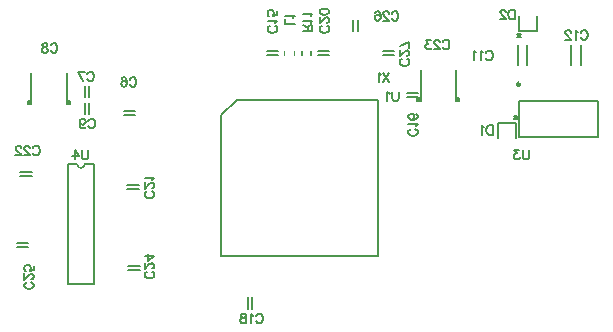
<source format=gbo>
G04*
G04 #@! TF.GenerationSoftware,Altium Limited,Altium Designer,18.1.7 (191)*
G04*
G04 Layer_Color=32896*
%FSLAX43Y43*%
%MOMM*%
G71*
G01*
G75*
%ADD12C,0.127*%
%ADD13C,0.150*%
%ADD15C,0.200*%
%ADD73C,0.250*%
%ADD74C,0.102*%
D12*
X25178Y6424D02*
Y7376D01*
X24822Y6424D02*
Y7376D01*
X5274Y11978D02*
X6226D01*
X5274Y11622D02*
X6226D01*
X14724Y10078D02*
X15676D01*
X14724Y9722D02*
X15676D01*
X14624Y16552D02*
X15576D01*
X14624Y16908D02*
X15576D01*
X5574Y17622D02*
X6526D01*
X5574Y17978D02*
X6526D01*
X6500Y23800D02*
Y26400D01*
X6200Y23800D02*
X6500D01*
X9500D02*
X9800D01*
X9500D02*
Y26400D01*
Y23900D02*
X9800D01*
X9500Y24000D02*
X9800D01*
Y23800D02*
Y24000D01*
X6200Y23800D02*
Y24000D01*
X6500D01*
X6200Y23900D02*
X6500D01*
X11378Y24324D02*
Y25276D01*
X11022Y24324D02*
Y25276D01*
X11378Y22924D02*
Y23876D01*
X11022Y22924D02*
Y23876D01*
X29404Y27948D02*
Y28252D01*
X30216Y27948D02*
Y28252D01*
X30734Y27922D02*
X31686D01*
X30734Y28278D02*
X31686D01*
X33772Y29924D02*
Y30876D01*
X34128Y29924D02*
Y30876D01*
X36234Y27922D02*
X37186D01*
X36234Y28278D02*
X37186D01*
X38324Y24322D02*
X39276D01*
X38324Y24678D02*
X39276D01*
X47500Y22448D02*
Y22748D01*
X47350Y22448D02*
X47500Y22748D01*
X47650Y22448D01*
X47350D02*
X47650D01*
X47350Y22748D02*
X47650D01*
X47500Y20913D02*
Y22173D01*
X46000Y20913D02*
Y22173D01*
X47500D01*
X47700Y27024D02*
Y28776D01*
X48500Y27024D02*
Y28776D01*
X47773Y29975D02*
X49273D01*
Y31235D01*
X47773Y29975D02*
Y31235D01*
X47623Y29400D02*
X47923D01*
X47623Y29700D02*
X47923D01*
X47623D02*
X47773Y29400D01*
X47923Y29700D01*
X47773Y29400D02*
Y29700D01*
X53000Y27024D02*
Y28776D01*
X52200Y27024D02*
Y28776D01*
X26434Y27922D02*
X27386D01*
X26434Y28278D02*
X27386D01*
X39450Y24025D02*
Y26625D01*
X39150Y24025D02*
X39450D01*
X42450D02*
X42750D01*
X42450D02*
Y26625D01*
Y24125D02*
X42750D01*
X42450Y24225D02*
X42750D01*
Y24025D02*
Y24225D01*
X39150Y24025D02*
Y24225D01*
X39450D01*
X39150Y24125D02*
X39450D01*
X14324Y22822D02*
X15276D01*
X14324Y23178D02*
X15276D01*
D13*
X36800Y26400D02*
X36267Y25600D01*
Y26400D02*
X36800Y25600D01*
X36088Y26247D02*
X36012Y26286D01*
X35897Y26400D01*
Y25600D01*
X11300Y19900D02*
Y19329D01*
X11262Y19214D01*
X11186Y19138D01*
X11071Y19100D01*
X10995D01*
X10881Y19138D01*
X10805Y19214D01*
X10767Y19329D01*
Y19900D01*
X10165D02*
X10546Y19367D01*
X9975D01*
X10165Y19900D02*
Y19100D01*
X48640Y19900D02*
Y19329D01*
X48602Y19214D01*
X48526Y19138D01*
X48411Y19100D01*
X48335D01*
X48221Y19138D01*
X48145Y19214D01*
X48107Y19329D01*
Y19900D01*
X47810D02*
X47391D01*
X47619Y19595D01*
X47505D01*
X47429Y19557D01*
X47391Y19519D01*
X47353Y19405D01*
Y19329D01*
X47391Y19214D01*
X47467Y19138D01*
X47581Y19100D01*
X47695D01*
X47810Y19138D01*
X47848Y19176D01*
X47886Y19252D01*
X37600Y24800D02*
Y24229D01*
X37562Y24114D01*
X37486Y24038D01*
X37371Y24000D01*
X37295D01*
X37181Y24038D01*
X37105Y24114D01*
X37067Y24229D01*
Y24800D01*
X36846Y24647D02*
X36770Y24686D01*
X36655Y24800D01*
Y24000D01*
X30300Y29900D02*
X29500D01*
X30300D02*
Y30243D01*
X30262Y30357D01*
X30224Y30395D01*
X30147Y30433D01*
X30071D01*
X29995Y30395D01*
X29957Y30357D01*
X29919Y30243D01*
Y29900D01*
Y30167D02*
X29500Y30433D01*
X30147Y30612D02*
X30186Y30688D01*
X30300Y30803D01*
X29500D01*
X30147Y31199D02*
X30186Y31275D01*
X30300Y31389D01*
X29500D01*
X28800Y30500D02*
X28000D01*
Y30957D01*
X28647Y31045D02*
X28686Y31121D01*
X28800Y31235D01*
X28000D01*
X47425Y31750D02*
Y30950D01*
Y31750D02*
X47158D01*
X47044Y31712D01*
X46968Y31636D01*
X46930Y31559D01*
X46892Y31445D01*
Y31255D01*
X46930Y31140D01*
X46968Y31064D01*
X47044Y30988D01*
X47158Y30950D01*
X47425D01*
X46675Y31559D02*
Y31597D01*
X46637Y31674D01*
X46599Y31712D01*
X46522Y31750D01*
X46370D01*
X46294Y31712D01*
X46256Y31674D01*
X46218Y31597D01*
Y31521D01*
X46256Y31445D01*
X46332Y31331D01*
X46713Y30950D01*
X46180D01*
X45550Y21953D02*
Y21153D01*
Y21953D02*
X45283D01*
X45169Y21915D01*
X45093Y21839D01*
X45055Y21763D01*
X45017Y21648D01*
Y21458D01*
X45055Y21344D01*
X45093Y21268D01*
X45169Y21191D01*
X45283Y21153D01*
X45550D01*
X44838Y21801D02*
X44762Y21839D01*
X44647Y21953D01*
Y21153D01*
X38309Y27571D02*
X38386Y27533D01*
X38462Y27457D01*
X38500Y27381D01*
Y27229D01*
X38462Y27152D01*
X38386Y27076D01*
X38309Y27038D01*
X38195Y27000D01*
X38005D01*
X37890Y27038D01*
X37814Y27076D01*
X37738Y27152D01*
X37700Y27229D01*
Y27381D01*
X37738Y27457D01*
X37814Y27533D01*
X37890Y27571D01*
X38309Y27834D02*
X38347D01*
X38424Y27872D01*
X38462Y27910D01*
X38500Y27986D01*
Y28139D01*
X38462Y28215D01*
X38424Y28253D01*
X38347Y28291D01*
X38271D01*
X38195Y28253D01*
X38081Y28177D01*
X37700Y27796D01*
Y28329D01*
X38500Y29041D02*
X37700Y28661D01*
X38500Y28508D02*
Y29041D01*
X37004Y31420D02*
X37042Y31496D01*
X37118Y31572D01*
X37194Y31610D01*
X37346D01*
X37423Y31572D01*
X37499Y31496D01*
X37537Y31420D01*
X37575Y31306D01*
Y31115D01*
X37537Y31001D01*
X37499Y30925D01*
X37423Y30849D01*
X37346Y30810D01*
X37194D01*
X37118Y30849D01*
X37042Y30925D01*
X37004Y31001D01*
X36741Y31420D02*
Y31458D01*
X36703Y31534D01*
X36665Y31572D01*
X36589Y31610D01*
X36436D01*
X36360Y31572D01*
X36322Y31534D01*
X36284Y31458D01*
Y31382D01*
X36322Y31306D01*
X36398Y31191D01*
X36779Y30810D01*
X36246D01*
X35610Y31496D02*
X35648Y31572D01*
X35762Y31610D01*
X35838D01*
X35952Y31572D01*
X36029Y31458D01*
X36067Y31268D01*
Y31077D01*
X36029Y30925D01*
X35952Y30849D01*
X35838Y30810D01*
X35800D01*
X35686Y30849D01*
X35610Y30925D01*
X35572Y31039D01*
Y31077D01*
X35610Y31191D01*
X35686Y31268D01*
X35800Y31306D01*
X35838D01*
X35952Y31268D01*
X36029Y31191D01*
X36067Y31077D01*
X6509Y8671D02*
X6586Y8633D01*
X6662Y8557D01*
X6700Y8481D01*
Y8329D01*
X6662Y8252D01*
X6586Y8176D01*
X6509Y8138D01*
X6395Y8100D01*
X6205D01*
X6090Y8138D01*
X6014Y8176D01*
X5938Y8252D01*
X5900Y8329D01*
Y8481D01*
X5938Y8557D01*
X6014Y8633D01*
X6090Y8671D01*
X6509Y8934D02*
X6547D01*
X6624Y8972D01*
X6662Y9010D01*
X6700Y9086D01*
Y9239D01*
X6662Y9315D01*
X6624Y9353D01*
X6547Y9391D01*
X6471D01*
X6395Y9353D01*
X6281Y9277D01*
X5900Y8896D01*
Y9429D01*
X6700Y10065D02*
Y9684D01*
X6357Y9646D01*
X6395Y9684D01*
X6433Y9799D01*
Y9913D01*
X6395Y10027D01*
X6319Y10103D01*
X6205Y10141D01*
X6129D01*
X6014Y10103D01*
X5938Y10027D01*
X5900Y9913D01*
Y9799D01*
X5938Y9684D01*
X5976Y9646D01*
X6052Y9608D01*
X16709Y9571D02*
X16786Y9533D01*
X16862Y9457D01*
X16900Y9381D01*
Y9229D01*
X16862Y9152D01*
X16786Y9076D01*
X16709Y9038D01*
X16595Y9000D01*
X16405D01*
X16290Y9038D01*
X16214Y9076D01*
X16138Y9152D01*
X16100Y9229D01*
Y9381D01*
X16138Y9457D01*
X16214Y9533D01*
X16290Y9571D01*
X16709Y9834D02*
X16747D01*
X16824Y9872D01*
X16862Y9910D01*
X16900Y9986D01*
Y10139D01*
X16862Y10215D01*
X16824Y10253D01*
X16747Y10291D01*
X16671D01*
X16595Y10253D01*
X16481Y10177D01*
X16100Y9796D01*
Y10329D01*
X16900Y10889D02*
X16367Y10508D01*
Y11080D01*
X16900Y10889D02*
X16100D01*
X41329Y28984D02*
X41367Y29061D01*
X41443Y29137D01*
X41519Y29175D01*
X41671D01*
X41748Y29137D01*
X41824Y29061D01*
X41862Y28984D01*
X41900Y28870D01*
Y28680D01*
X41862Y28565D01*
X41824Y28489D01*
X41748Y28413D01*
X41671Y28375D01*
X41519D01*
X41443Y28413D01*
X41367Y28489D01*
X41329Y28565D01*
X41066Y28984D02*
Y29022D01*
X41028Y29099D01*
X40990Y29137D01*
X40914Y29175D01*
X40761D01*
X40685Y29137D01*
X40647Y29099D01*
X40609Y29022D01*
Y28946D01*
X40647Y28870D01*
X40723Y28756D01*
X41104Y28375D01*
X40571D01*
X40316Y29175D02*
X39897D01*
X40125Y28870D01*
X40011D01*
X39935Y28832D01*
X39897Y28794D01*
X39859Y28680D01*
Y28604D01*
X39897Y28489D01*
X39973Y28413D01*
X40087Y28375D01*
X40201D01*
X40316Y28413D01*
X40354Y28451D01*
X40392Y28527D01*
X6629Y20009D02*
X6667Y20086D01*
X6743Y20162D01*
X6819Y20200D01*
X6971D01*
X7048Y20162D01*
X7124Y20086D01*
X7162Y20009D01*
X7200Y19895D01*
Y19705D01*
X7162Y19590D01*
X7124Y19514D01*
X7048Y19438D01*
X6971Y19400D01*
X6819D01*
X6743Y19438D01*
X6667Y19514D01*
X6629Y19590D01*
X6366Y20009D02*
Y20047D01*
X6328Y20124D01*
X6290Y20162D01*
X6214Y20200D01*
X6061D01*
X5985Y20162D01*
X5947Y20124D01*
X5909Y20047D01*
Y19971D01*
X5947Y19895D01*
X6023Y19781D01*
X6404Y19400D01*
X5871D01*
X5654Y20009D02*
Y20047D01*
X5616Y20124D01*
X5577Y20162D01*
X5501Y20200D01*
X5349D01*
X5273Y20162D01*
X5235Y20124D01*
X5197Y20047D01*
Y19971D01*
X5235Y19895D01*
X5311Y19781D01*
X5692Y19400D01*
X5159D01*
X16709Y16371D02*
X16786Y16333D01*
X16862Y16257D01*
X16900Y16181D01*
Y16029D01*
X16862Y15952D01*
X16786Y15876D01*
X16709Y15838D01*
X16595Y15800D01*
X16405D01*
X16290Y15838D01*
X16214Y15876D01*
X16138Y15952D01*
X16100Y16029D01*
Y16181D01*
X16138Y16257D01*
X16214Y16333D01*
X16290Y16371D01*
X16709Y16634D02*
X16747D01*
X16824Y16672D01*
X16862Y16710D01*
X16900Y16786D01*
Y16939D01*
X16862Y17015D01*
X16824Y17053D01*
X16747Y17091D01*
X16671D01*
X16595Y17053D01*
X16481Y16977D01*
X16100Y16596D01*
Y17129D01*
X16747Y17308D02*
X16786Y17384D01*
X16900Y17499D01*
X16100D01*
X31509Y30371D02*
X31586Y30333D01*
X31662Y30257D01*
X31700Y30181D01*
Y30029D01*
X31662Y29952D01*
X31586Y29876D01*
X31509Y29838D01*
X31395Y29800D01*
X31205D01*
X31090Y29838D01*
X31014Y29876D01*
X30938Y29952D01*
X30900Y30029D01*
Y30181D01*
X30938Y30257D01*
X31014Y30333D01*
X31090Y30371D01*
X31509Y30634D02*
X31547D01*
X31624Y30672D01*
X31662Y30710D01*
X31700Y30786D01*
Y30939D01*
X31662Y31015D01*
X31624Y31053D01*
X31547Y31091D01*
X31471D01*
X31395Y31053D01*
X31281Y30977D01*
X30900Y30596D01*
Y31129D01*
X31700Y31537D02*
X31662Y31423D01*
X31547Y31346D01*
X31357Y31308D01*
X31243D01*
X31052Y31346D01*
X30938Y31423D01*
X30900Y31537D01*
Y31613D01*
X30938Y31727D01*
X31052Y31803D01*
X31243Y31841D01*
X31357D01*
X31547Y31803D01*
X31662Y31727D01*
X31700Y31613D01*
Y31537D01*
X25529Y5809D02*
X25567Y5886D01*
X25643Y5962D01*
X25719Y6000D01*
X25871D01*
X25948Y5962D01*
X26024Y5886D01*
X26062Y5809D01*
X26100Y5695D01*
Y5505D01*
X26062Y5390D01*
X26024Y5314D01*
X25948Y5238D01*
X25871Y5200D01*
X25719D01*
X25643Y5238D01*
X25567Y5314D01*
X25529Y5390D01*
X25304Y5847D02*
X25228Y5886D01*
X25114Y6000D01*
Y5200D01*
X24527Y6000D02*
X24641Y5962D01*
X24679Y5886D01*
Y5809D01*
X24641Y5733D01*
X24565Y5695D01*
X24413Y5657D01*
X24298Y5619D01*
X24222Y5543D01*
X24184Y5467D01*
Y5352D01*
X24222Y5276D01*
X24260Y5238D01*
X24375Y5200D01*
X24527D01*
X24641Y5238D01*
X24679Y5276D01*
X24717Y5352D01*
Y5467D01*
X24679Y5543D01*
X24603Y5619D01*
X24489Y5657D01*
X24337Y5695D01*
X24260Y5733D01*
X24222Y5809D01*
Y5886D01*
X24260Y5962D01*
X24375Y6000D01*
X24527D01*
X39019Y21631D02*
X39095Y21593D01*
X39171Y21517D01*
X39209Y21441D01*
Y21289D01*
X39171Y21212D01*
X39095Y21136D01*
X39019Y21098D01*
X38904Y21060D01*
X38714D01*
X38600Y21098D01*
X38523Y21136D01*
X38447Y21212D01*
X38409Y21289D01*
Y21441D01*
X38447Y21517D01*
X38523Y21593D01*
X38600Y21631D01*
X39057Y21856D02*
X39095Y21932D01*
X39209Y22046D01*
X38409D01*
X39095Y22900D02*
X39171Y22862D01*
X39209Y22747D01*
Y22671D01*
X39171Y22557D01*
X39057Y22481D01*
X38866Y22443D01*
X38676D01*
X38523Y22481D01*
X38447Y22557D01*
X38409Y22671D01*
Y22709D01*
X38447Y22823D01*
X38523Y22900D01*
X38638Y22938D01*
X38676D01*
X38790Y22900D01*
X38866Y22823D01*
X38904Y22709D01*
Y22671D01*
X38866Y22557D01*
X38790Y22481D01*
X38676Y22443D01*
X27109Y30371D02*
X27186Y30333D01*
X27262Y30257D01*
X27300Y30181D01*
Y30029D01*
X27262Y29952D01*
X27186Y29876D01*
X27109Y29838D01*
X26995Y29800D01*
X26805D01*
X26690Y29838D01*
X26614Y29876D01*
X26538Y29952D01*
X26500Y30029D01*
Y30181D01*
X26538Y30257D01*
X26614Y30333D01*
X26690Y30371D01*
X27147Y30596D02*
X27186Y30672D01*
X27300Y30786D01*
X26500D01*
X27300Y31640D02*
Y31259D01*
X26957Y31221D01*
X26995Y31259D01*
X27033Y31373D01*
Y31487D01*
X26995Y31602D01*
X26919Y31678D01*
X26805Y31716D01*
X26729D01*
X26614Y31678D01*
X26538Y31602D01*
X26500Y31487D01*
Y31373D01*
X26538Y31259D01*
X26576Y31221D01*
X26652Y31183D01*
X53029Y29809D02*
X53067Y29886D01*
X53143Y29962D01*
X53219Y30000D01*
X53371D01*
X53448Y29962D01*
X53524Y29886D01*
X53562Y29809D01*
X53600Y29695D01*
Y29505D01*
X53562Y29390D01*
X53524Y29314D01*
X53448Y29238D01*
X53371Y29200D01*
X53219D01*
X53143Y29238D01*
X53067Y29314D01*
X53029Y29390D01*
X52804Y29847D02*
X52728Y29886D01*
X52614Y30000D01*
Y29200D01*
X52179Y29809D02*
Y29847D01*
X52141Y29924D01*
X52103Y29962D01*
X52027Y30000D01*
X51875D01*
X51798Y29962D01*
X51760Y29924D01*
X51722Y29847D01*
Y29771D01*
X51760Y29695D01*
X51837Y29581D01*
X52217Y29200D01*
X51684D01*
X44996Y28083D02*
X45034Y28159D01*
X45110Y28236D01*
X45187Y28274D01*
X45339D01*
X45415Y28236D01*
X45491Y28159D01*
X45529Y28083D01*
X45567Y27969D01*
Y27778D01*
X45529Y27664D01*
X45491Y27588D01*
X45415Y27512D01*
X45339Y27474D01*
X45187D01*
X45110Y27512D01*
X45034Y27588D01*
X44996Y27664D01*
X44771Y28121D02*
X44695Y28159D01*
X44581Y28274D01*
Y27474D01*
X44185Y28121D02*
X44109Y28159D01*
X43994Y28274D01*
Y27474D01*
X11329Y22309D02*
X11367Y22386D01*
X11443Y22462D01*
X11519Y22500D01*
X11671D01*
X11748Y22462D01*
X11824Y22386D01*
X11862Y22309D01*
X11900Y22195D01*
Y22005D01*
X11862Y21890D01*
X11824Y21814D01*
X11748Y21738D01*
X11671Y21700D01*
X11519D01*
X11443Y21738D01*
X11367Y21814D01*
X11329Y21890D01*
X10609Y22233D02*
X10647Y22119D01*
X10723Y22043D01*
X10837Y22005D01*
X10875D01*
X10990Y22043D01*
X11066Y22119D01*
X11104Y22233D01*
Y22271D01*
X11066Y22386D01*
X10990Y22462D01*
X10875Y22500D01*
X10837D01*
X10723Y22462D01*
X10647Y22386D01*
X10609Y22233D01*
Y22043D01*
X10647Y21852D01*
X10723Y21738D01*
X10837Y21700D01*
X10914D01*
X11028Y21738D01*
X11066Y21814D01*
X8129Y28719D02*
X8167Y28796D01*
X8243Y28872D01*
X8319Y28910D01*
X8471D01*
X8548Y28872D01*
X8624Y28796D01*
X8662Y28719D01*
X8700Y28605D01*
Y28415D01*
X8662Y28300D01*
X8624Y28224D01*
X8548Y28148D01*
X8471Y28110D01*
X8319D01*
X8243Y28148D01*
X8167Y28224D01*
X8129Y28300D01*
X7714Y28910D02*
X7828Y28872D01*
X7866Y28796D01*
Y28719D01*
X7828Y28643D01*
X7752Y28605D01*
X7599Y28567D01*
X7485Y28529D01*
X7409Y28453D01*
X7371Y28377D01*
Y28262D01*
X7409Y28186D01*
X7447Y28148D01*
X7561Y28110D01*
X7714D01*
X7828Y28148D01*
X7866Y28186D01*
X7904Y28262D01*
Y28377D01*
X7866Y28453D01*
X7790Y28529D01*
X7675Y28567D01*
X7523Y28605D01*
X7447Y28643D01*
X7409Y28719D01*
Y28796D01*
X7447Y28872D01*
X7561Y28910D01*
X7714D01*
X11229Y26309D02*
X11267Y26386D01*
X11343Y26462D01*
X11419Y26500D01*
X11571D01*
X11648Y26462D01*
X11724Y26386D01*
X11762Y26309D01*
X11800Y26195D01*
Y26005D01*
X11762Y25890D01*
X11724Y25814D01*
X11648Y25738D01*
X11571Y25700D01*
X11419D01*
X11343Y25738D01*
X11267Y25814D01*
X11229Y25890D01*
X10471Y26500D02*
X10852Y25700D01*
X11004Y26500D02*
X10471D01*
X14818Y25829D02*
X14857Y25905D01*
X14933Y25981D01*
X15009Y26019D01*
X15161D01*
X15237Y25981D01*
X15314Y25905D01*
X15352Y25829D01*
X15390Y25715D01*
Y25524D01*
X15352Y25410D01*
X15314Y25334D01*
X15237Y25258D01*
X15161Y25220D01*
X15009D01*
X14933Y25258D01*
X14857Y25334D01*
X14818Y25410D01*
X14137Y25905D02*
X14175Y25981D01*
X14289Y26019D01*
X14365D01*
X14480Y25981D01*
X14556Y25867D01*
X14594Y25677D01*
Y25486D01*
X14556Y25334D01*
X14480Y25258D01*
X14365Y25220D01*
X14327D01*
X14213Y25258D01*
X14137Y25334D01*
X14099Y25448D01*
Y25486D01*
X14137Y25600D01*
X14213Y25677D01*
X14327Y25715D01*
X14365D01*
X14480Y25677D01*
X14556Y25600D01*
X14594Y25486D01*
D15*
X10382Y18655D02*
G03*
X11017Y18655I317J0D01*
G01*
X54450Y20950D02*
Y24050D01*
X47750Y20950D02*
Y24050D01*
Y20950D02*
X54450D01*
X47750Y24050D02*
X54450D01*
X11017Y18655D02*
X11790D01*
X9610D02*
X10382D01*
X9610Y8495D02*
Y18655D01*
Y8495D02*
X11790D01*
Y18655D01*
X23880Y24115D02*
X35825D01*
Y10885D02*
Y24115D01*
X22595Y10885D02*
X35825D01*
X22595D02*
Y22830D01*
X23880Y24115D01*
D73*
X47875Y25425D02*
G03*
X47875Y25425I-125J0D01*
G01*
D74*
X27904Y27948D02*
Y28252D01*
X28716Y27948D02*
Y28252D01*
M02*

</source>
